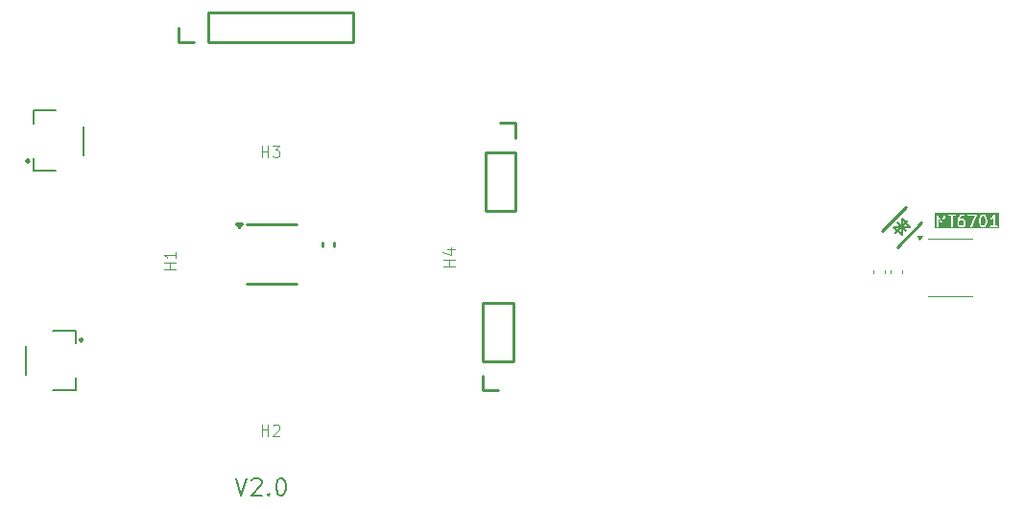
<source format=gbr>
%TF.GenerationSoftware,KiCad,Pcbnew,8.0.1*%
<<<<<<< HEAD
%TF.CreationDate,2024-03-31T21:51:29+08:00*%
=======
%TF.CreationDate,2024-05-01T16:23:50+08:00*%
>>>>>>> 3f97a153d958220e151b39468fc548032aad0f0d
%TF.ProjectId,encoder,656e636f-6465-4722-9e6b-696361645f70,rev?*%
%TF.SameCoordinates,Original*%
%TF.FileFunction,Legend,Top*%
%TF.FilePolarity,Positive*%
%FSLAX46Y46*%
G04 Gerber Fmt 4.6, Leading zero omitted, Abs format (unit mm)*
<<<<<<< HEAD
G04 Created by KiCad (PCBNEW 8.0.1) date 2024-03-31 21:51:29*
=======
G04 Created by KiCad (PCBNEW 8.0.1) date 2024-05-01 16:23:50*
>>>>>>> 3f97a153d958220e151b39468fc548032aad0f0d
%MOMM*%
%LPD*%
G01*
G04 APERTURE LIST*
<<<<<<< HEAD
%ADD10C,0.300000*%
%ADD11C,0.150000*%
%ADD12C,0.120000*%
%ADD13C,0.200000*%
%ADD14C,0.250000*%
G04 APERTURE END LIST*
D10*
X137340225Y-93300828D02*
X137840225Y-94800828D01*
X137840225Y-94800828D02*
X138340225Y-93300828D01*
X138768796Y-93443685D02*
X138840224Y-93372257D01*
X138840224Y-93372257D02*
X138983082Y-93300828D01*
X138983082Y-93300828D02*
X139340224Y-93300828D01*
X139340224Y-93300828D02*
X139483082Y-93372257D01*
X139483082Y-93372257D02*
X139554510Y-93443685D01*
X139554510Y-93443685D02*
X139625939Y-93586542D01*
X139625939Y-93586542D02*
X139625939Y-93729400D01*
X139625939Y-93729400D02*
X139554510Y-93943685D01*
X139554510Y-93943685D02*
X138697367Y-94800828D01*
X138697367Y-94800828D02*
X139625939Y-94800828D01*
X140268795Y-94657971D02*
X140340224Y-94729400D01*
X140340224Y-94729400D02*
X140268795Y-94800828D01*
X140268795Y-94800828D02*
X140197367Y-94729400D01*
X140197367Y-94729400D02*
X140268795Y-94657971D01*
X140268795Y-94657971D02*
X140268795Y-94800828D01*
X141268796Y-93300828D02*
X141411653Y-93300828D01*
X141411653Y-93300828D02*
X141554510Y-93372257D01*
X141554510Y-93372257D02*
X141625939Y-93443685D01*
X141625939Y-93443685D02*
X141697367Y-93586542D01*
X141697367Y-93586542D02*
X141768796Y-93872257D01*
X141768796Y-93872257D02*
X141768796Y-94229400D01*
X141768796Y-94229400D02*
X141697367Y-94515114D01*
X141697367Y-94515114D02*
X141625939Y-94657971D01*
X141625939Y-94657971D02*
X141554510Y-94729400D01*
X141554510Y-94729400D02*
X141411653Y-94800828D01*
X141411653Y-94800828D02*
X141268796Y-94800828D01*
X141268796Y-94800828D02*
X141125939Y-94729400D01*
X141125939Y-94729400D02*
X141054510Y-94657971D01*
X141054510Y-94657971D02*
X140983081Y-94515114D01*
X140983081Y-94515114D02*
X140911653Y-94229400D01*
X140911653Y-94229400D02*
X140911653Y-93872257D01*
X140911653Y-93872257D02*
X140983081Y-93586542D01*
X140983081Y-93586542D02*
X141054510Y-93443685D01*
X141054510Y-93443685D02*
X141125939Y-93372257D01*
X141125939Y-93372257D02*
X141268796Y-93300828D01*
D11*
X139638095Y-89554819D02*
X139638095Y-88554819D01*
X139638095Y-89031009D02*
X140209523Y-89031009D01*
X140209523Y-89554819D02*
X140209523Y-88554819D01*
X140638095Y-88650057D02*
X140685714Y-88602438D01*
X140685714Y-88602438D02*
X140780952Y-88554819D01*
X140780952Y-88554819D02*
X141019047Y-88554819D01*
X141019047Y-88554819D02*
X141114285Y-88602438D01*
X141114285Y-88602438D02*
X141161904Y-88650057D01*
X141161904Y-88650057D02*
X141209523Y-88745295D01*
X141209523Y-88745295D02*
X141209523Y-88840533D01*
X141209523Y-88840533D02*
X141161904Y-88983390D01*
X141161904Y-88983390D02*
X140590476Y-89554819D01*
X140590476Y-89554819D02*
X141209523Y-89554819D01*
X156654819Y-74561904D02*
X155654819Y-74561904D01*
X156131009Y-74561904D02*
X156131009Y-73990476D01*
X156654819Y-73990476D02*
X155654819Y-73990476D01*
X155988152Y-73085714D02*
X156654819Y-73085714D01*
X155607200Y-73323809D02*
X156321485Y-73561904D01*
X156321485Y-73561904D02*
X156321485Y-72942857D01*
X139638095Y-64929819D02*
X139638095Y-63929819D01*
X139638095Y-64406009D02*
X140209523Y-64406009D01*
X140209523Y-64929819D02*
X140209523Y-63929819D01*
X140590476Y-63929819D02*
X141209523Y-63929819D01*
X141209523Y-63929819D02*
X140876190Y-64310771D01*
X140876190Y-64310771D02*
X141019047Y-64310771D01*
X141019047Y-64310771D02*
X141114285Y-64358390D01*
X141114285Y-64358390D02*
X141161904Y-64406009D01*
X141161904Y-64406009D02*
X141209523Y-64501247D01*
X141209523Y-64501247D02*
X141209523Y-64739342D01*
X141209523Y-64739342D02*
X141161904Y-64834580D01*
X141161904Y-64834580D02*
X141114285Y-64882200D01*
X141114285Y-64882200D02*
X141019047Y-64929819D01*
X141019047Y-64929819D02*
X140733333Y-64929819D01*
X140733333Y-64929819D02*
X140638095Y-64882200D01*
X140638095Y-64882200D02*
X140590476Y-64834580D01*
X132029819Y-74861904D02*
X131029819Y-74861904D01*
X131506009Y-74861904D02*
X131506009Y-74290476D01*
X132029819Y-74290476D02*
X131029819Y-74290476D01*
X132029819Y-73290476D02*
X132029819Y-73861904D01*
X132029819Y-73576190D02*
X131029819Y-73576190D01*
X131029819Y-73576190D02*
X131172676Y-73671428D01*
X131172676Y-73671428D02*
X131267914Y-73766666D01*
X131267914Y-73766666D02*
X131315533Y-73861904D01*
D12*
%TO.C,J2*%
X159370000Y-64530000D02*
X159370000Y-69670000D01*
X159370000Y-64530000D02*
X162030000Y-64530000D01*
X159370000Y-69670000D02*
X162030000Y-69670000D01*
X160700000Y-61930000D02*
X162030000Y-61930000D01*
X162030000Y-61930000D02*
X162030000Y-63260000D01*
X162030000Y-64530000D02*
X162030000Y-69670000D01*
%TO.C,J3*%
X132320000Y-54830000D02*
X132320000Y-53500000D01*
X133650000Y-54830000D02*
X132320000Y-54830000D01*
X134920000Y-52170000D02*
X147680000Y-52170000D01*
X134920000Y-54830000D02*
X134920000Y-52170000D01*
X134920000Y-54830000D02*
X147680000Y-54830000D01*
X147680000Y-54830000D02*
X147680000Y-52170000D01*
D13*
%TO.C,J6*%
X119498000Y-60840000D02*
X121481000Y-60840000D01*
X119498000Y-61996000D02*
X119498000Y-60840000D01*
X119498000Y-66160000D02*
X119498000Y-65004000D01*
X119498000Y-66160000D02*
X121481000Y-66160000D01*
X123900000Y-64760000D02*
X123900000Y-62240000D01*
D14*
X119115000Y-65300000D02*
G75*
G02*
X118865000Y-65300000I-125000J0D01*
G01*
X118865000Y-65300000D02*
G75*
G02*
X119115000Y-65300000I125000J0D01*
G01*
D12*
%TO.C,C1*%
X144990000Y-72783767D02*
X144990000Y-72491233D01*
X146010000Y-72783767D02*
X146010000Y-72491233D01*
%TO.C,U1*%
X140512500Y-70902500D02*
X138312500Y-70902500D01*
X140512500Y-70902500D02*
X142712500Y-70902500D01*
X140512500Y-76122500D02*
X138312500Y-76122500D01*
X140512500Y-76122500D02*
X142712500Y-76122500D01*
X137612500Y-71102500D02*
X137372500Y-70772500D01*
X137852500Y-70772500D01*
X137612500Y-71102500D01*
G36*
X137612500Y-71102500D02*
G01*
X137372500Y-70772500D01*
X137852500Y-70772500D01*
X137612500Y-71102500D01*
G37*
D13*
%TO.C,J5*%
X118800000Y-81640000D02*
X118800000Y-84160000D01*
X123202000Y-80240000D02*
X121219000Y-80240000D01*
X123202000Y-80240000D02*
X123202000Y-81396000D01*
X123202000Y-84404000D02*
X123202000Y-85560000D01*
X123202000Y-85560000D02*
X121219000Y-85560000D01*
D14*
X123835000Y-81100000D02*
G75*
G02*
X123585000Y-81100000I-125000J0D01*
G01*
X123585000Y-81100000D02*
G75*
G02*
X123835000Y-81100000I125000J0D01*
G01*
D12*
%TO.C,J1*%
X159145000Y-82955000D02*
X159145000Y-77815000D01*
X159145000Y-85555000D02*
X159145000Y-84225000D01*
X160475000Y-85555000D02*
X159145000Y-85555000D01*
X161805000Y-77815000D02*
X159145000Y-77815000D01*
X161805000Y-82955000D02*
X159145000Y-82955000D01*
X161805000Y-82955000D02*
X161805000Y-77815000D01*
=======
%ADD10C,0.150000*%
%ADD11C,0.120000*%
%ADD12C,0.254000*%
G04 APERTURE END LIST*
D10*
G36*
X201523708Y-70557823D02*
G01*
X201555035Y-70588067D01*
X201590438Y-70656818D01*
X201591594Y-70859554D01*
X201558298Y-70928175D01*
X201528052Y-70959504D01*
X201459262Y-70994928D01*
X201304093Y-70996018D01*
X201235564Y-70962767D01*
X201204237Y-70932521D01*
X201168865Y-70863833D01*
X201168123Y-70660115D01*
X201200974Y-70592412D01*
X201231218Y-70561085D01*
X201300009Y-70525661D01*
X201455178Y-70524571D01*
X201523708Y-70557823D01*
G37*
G36*
X203380851Y-70176871D02*
G01*
X203412178Y-70207115D01*
X203450532Y-70281596D01*
X203495135Y-70454968D01*
X203496388Y-70674641D01*
X203454266Y-70848159D01*
X203415441Y-70928175D01*
X203385195Y-70959504D01*
X203316215Y-70995026D01*
X203256054Y-70995815D01*
X203187945Y-70962767D01*
X203156618Y-70932521D01*
X203118263Y-70858040D01*
X203073660Y-70684668D01*
X203072407Y-70464995D01*
X203114529Y-70291477D01*
X203153355Y-70211460D01*
X203183599Y-70180133D01*
X203252580Y-70144611D01*
X203312741Y-70143822D01*
X203380851Y-70176871D01*
G37*
G36*
X204707163Y-71255930D02*
G01*
X199050668Y-71255930D01*
X199050668Y-70069819D01*
X199161779Y-70069819D01*
X199163220Y-71084451D01*
X199174419Y-71111487D01*
X199195111Y-71132179D01*
X199222147Y-71143378D01*
X199251411Y-71143378D01*
X199278447Y-71132179D01*
X199299139Y-71111487D01*
X199310338Y-71084451D01*
X199311779Y-71069819D01*
X199310834Y-70404441D01*
X199502209Y-70812619D01*
X199505982Y-70822993D01*
X199508218Y-70825435D01*
X199509642Y-70828471D01*
X199518051Y-70836171D01*
X199525746Y-70844574D01*
X199528764Y-70845982D01*
X199531223Y-70848234D01*
X199541935Y-70852129D01*
X199552264Y-70856950D01*
X199555592Y-70857096D01*
X199558724Y-70858235D01*
X199570118Y-70857734D01*
X199581500Y-70858234D01*
X199584628Y-70857096D01*
X199587960Y-70856950D01*
X199598295Y-70852126D01*
X199609001Y-70848234D01*
X199611456Y-70845984D01*
X199614478Y-70844575D01*
X199622179Y-70836164D01*
X199630582Y-70828470D01*
X199633065Y-70824277D01*
X199634242Y-70822993D01*
X199634902Y-70821177D01*
X199638076Y-70815820D01*
X199828920Y-70404943D01*
X199829886Y-71084451D01*
X199841085Y-71111487D01*
X199861777Y-71132179D01*
X199888813Y-71143378D01*
X199918077Y-71143378D01*
X199945113Y-71132179D01*
X199965805Y-71111487D01*
X199977004Y-71084451D01*
X199978445Y-71069819D01*
X199977045Y-70084451D01*
X200163220Y-70084451D01*
X200174419Y-70111487D01*
X200195111Y-70132179D01*
X200222147Y-70143378D01*
X200236779Y-70144819D01*
X200447598Y-70144300D01*
X200448934Y-71084451D01*
X200460133Y-71111487D01*
X200480825Y-71132179D01*
X200507861Y-71143378D01*
X200537125Y-71143378D01*
X200564161Y-71132179D01*
X200584853Y-71111487D01*
X200596052Y-71084451D01*
X200597493Y-71069819D01*
X200596681Y-70498390D01*
X201018922Y-70498390D01*
X201020267Y-70867692D01*
X201019511Y-70869961D01*
X201020316Y-70881302D01*
X201020363Y-70893974D01*
X201021394Y-70896463D01*
X201021585Y-70899151D01*
X201026840Y-70912883D01*
X201075530Y-71007435D01*
X201079180Y-71016247D01*
X201081563Y-71019151D01*
X201082291Y-71020564D01*
X201083789Y-71021863D01*
X201088507Y-71027612D01*
X201137542Y-71074953D01*
X201143176Y-71081450D01*
X201146321Y-71083429D01*
X201147492Y-71084560D01*
X201149319Y-71085317D01*
X201155619Y-71089282D01*
X201241508Y-71130957D01*
X201242730Y-71132179D01*
X201251589Y-71135848D01*
X201264588Y-71142156D01*
X201267277Y-71142347D01*
X201269766Y-71143378D01*
X201284398Y-71144819D01*
X201463485Y-71143560D01*
X201465493Y-71144230D01*
X201476165Y-71143471D01*
X201489506Y-71143378D01*
X201491995Y-71142346D01*
X201494683Y-71142156D01*
X201508415Y-71136901D01*
X201602969Y-71088209D01*
X201611780Y-71084560D01*
X201614682Y-71082177D01*
X201616096Y-71081450D01*
X201617396Y-71079950D01*
X201623146Y-71075232D01*
X201670487Y-71026195D01*
X201676981Y-71020564D01*
X201678960Y-71017418D01*
X201680092Y-71016247D01*
X201680849Y-71014417D01*
X201684813Y-71008121D01*
X201726488Y-70922231D01*
X201727710Y-70921010D01*
X201731379Y-70912150D01*
X201737687Y-70899152D01*
X201737878Y-70896462D01*
X201738909Y-70893974D01*
X201740350Y-70879342D01*
X201739057Y-70652736D01*
X201739761Y-70650627D01*
X201738983Y-70639684D01*
X201738909Y-70626615D01*
X201737878Y-70624126D01*
X201737687Y-70621437D01*
X201732432Y-70607706D01*
X201683740Y-70513151D01*
X201680091Y-70504341D01*
X201677708Y-70501438D01*
X201676981Y-70500025D01*
X201675482Y-70498725D01*
X201670764Y-70492976D01*
X201621728Y-70445634D01*
X201616096Y-70439140D01*
X201612950Y-70437160D01*
X201611780Y-70436030D01*
X201609952Y-70435272D01*
X201603653Y-70431308D01*
X201517764Y-70389633D01*
X201516542Y-70388411D01*
X201507676Y-70384738D01*
X201494683Y-70378434D01*
X201491995Y-70378243D01*
X201489506Y-70377212D01*
X201474874Y-70375771D01*
X201295785Y-70377029D01*
X201293778Y-70376360D01*
X201283105Y-70377118D01*
X201269766Y-70377212D01*
X201267277Y-70378242D01*
X201264588Y-70378434D01*
X201250857Y-70383689D01*
X201191525Y-70414241D01*
X201209174Y-70341539D01*
X201290713Y-70217156D01*
X201326456Y-70180133D01*
X201395247Y-70144709D01*
X201584744Y-70143378D01*
X201611780Y-70132179D01*
X201632472Y-70111487D01*
X201643671Y-70084451D01*
X201925125Y-70084451D01*
X201936324Y-70111487D01*
X201957016Y-70132179D01*
X201984052Y-70143378D01*
X201998684Y-70144819D01*
X202552271Y-70143648D01*
X202163404Y-71054292D01*
X202163047Y-71083553D01*
X202173915Y-71110723D01*
X202194354Y-71131667D01*
X202221252Y-71143194D01*
X202250513Y-71143551D01*
X202277683Y-71132683D01*
X202298627Y-71112244D01*
X202305715Y-71099363D01*
X202582679Y-70450771D01*
X202923684Y-70450771D01*
X202925014Y-70684166D01*
X202923773Y-70692512D01*
X202925114Y-70701583D01*
X202925125Y-70703498D01*
X202925547Y-70704519D01*
X202925923Y-70707056D01*
X202973440Y-70891754D01*
X202973966Y-70899151D01*
X202978168Y-70910133D01*
X202978489Y-70911378D01*
X202978811Y-70911813D01*
X202979221Y-70912883D01*
X203027911Y-71007435D01*
X203031561Y-71016247D01*
X203033944Y-71019151D01*
X203034672Y-71020564D01*
X203036170Y-71021863D01*
X203040888Y-71027612D01*
X203089923Y-71074953D01*
X203095557Y-71081450D01*
X203098702Y-71083429D01*
X203099873Y-71084560D01*
X203101700Y-71085317D01*
X203108000Y-71089282D01*
X203193889Y-71130957D01*
X203195111Y-71132179D01*
X203203970Y-71135848D01*
X203216969Y-71142156D01*
X203219658Y-71142347D01*
X203222147Y-71143378D01*
X203236779Y-71144819D01*
X203321085Y-71143713D01*
X203322636Y-71144230D01*
X203331905Y-71143571D01*
X203346649Y-71143378D01*
X203349138Y-71142346D01*
X203351826Y-71142156D01*
X203365558Y-71136901D01*
X203460112Y-71088209D01*
X203468923Y-71084560D01*
X203471825Y-71082177D01*
X203473239Y-71081450D01*
X203474539Y-71079950D01*
X203480289Y-71075232D01*
X203527630Y-71026195D01*
X203534124Y-71020564D01*
X203536103Y-71017418D01*
X203537235Y-71016247D01*
X203537992Y-71014417D01*
X203541956Y-71008121D01*
X203586224Y-70916888D01*
X203590307Y-70911378D01*
X203594242Y-70900362D01*
X203594830Y-70899152D01*
X203594868Y-70898611D01*
X203595254Y-70897532D01*
X203640494Y-70711166D01*
X203643671Y-70703498D01*
X203644568Y-70694383D01*
X203645023Y-70692512D01*
X203644860Y-70691419D01*
X203645112Y-70688866D01*
X203643781Y-70455470D01*
X203645023Y-70447125D01*
X203643681Y-70438053D01*
X203643671Y-70436139D01*
X203643248Y-70435117D01*
X203642873Y-70432581D01*
X203620637Y-70346152D01*
X203876654Y-70346152D01*
X203878728Y-70375342D01*
X203891815Y-70401517D01*
X203913923Y-70420690D01*
X203941684Y-70429944D01*
X203970874Y-70427870D01*
X203984606Y-70422615D01*
X204079162Y-70373922D01*
X204087971Y-70370274D01*
X204090873Y-70367891D01*
X204092287Y-70367164D01*
X204093586Y-70365665D01*
X204099336Y-70360947D01*
X204162101Y-70296958D01*
X204163093Y-70995702D01*
X203936433Y-70996260D01*
X203909397Y-71007459D01*
X203888705Y-71028151D01*
X203877506Y-71055187D01*
X203877506Y-71084451D01*
X203888705Y-71111487D01*
X203909397Y-71132179D01*
X203936433Y-71143378D01*
X203951065Y-71144819D01*
X204537125Y-71143378D01*
X204564161Y-71132179D01*
X204584853Y-71111487D01*
X204596052Y-71084451D01*
X204596052Y-71055187D01*
X204584853Y-71028151D01*
X204564161Y-71007459D01*
X204537125Y-70996260D01*
X204522493Y-70994819D01*
X204311673Y-70995337D01*
X204310368Y-70076868D01*
X204311779Y-70069740D01*
X204310348Y-70062587D01*
X204310338Y-70055187D01*
X204307496Y-70048326D01*
X204306040Y-70041045D01*
X204301950Y-70034938D01*
X204299139Y-70028151D01*
X204293890Y-70022902D01*
X204289757Y-70016730D01*
X204283640Y-70012652D01*
X204278447Y-70007459D01*
X204271587Y-70004617D01*
X204265408Y-70000498D01*
X204258199Y-69999072D01*
X204251411Y-69996260D01*
X204243984Y-69996260D01*
X204236700Y-69994819D01*
X204229495Y-69996260D01*
X204222147Y-69996260D01*
X204215286Y-69999101D01*
X204208006Y-70000558D01*
X204201900Y-70004646D01*
X204195111Y-70007459D01*
X204189860Y-70012709D01*
X204183691Y-70016841D01*
X204174470Y-70028099D01*
X204174419Y-70028151D01*
X204174409Y-70028173D01*
X204174375Y-70028216D01*
X204087633Y-70160534D01*
X204004899Y-70244880D01*
X203905081Y-70296283D01*
X203885908Y-70318391D01*
X203876654Y-70346152D01*
X203620637Y-70346152D01*
X203595355Y-70247882D01*
X203594830Y-70240485D01*
X203590626Y-70229502D01*
X203590307Y-70228259D01*
X203589984Y-70227823D01*
X203589575Y-70226754D01*
X203540883Y-70132199D01*
X203537234Y-70123389D01*
X203534851Y-70120486D01*
X203534124Y-70119073D01*
X203532625Y-70117773D01*
X203527907Y-70112024D01*
X203478871Y-70064682D01*
X203473239Y-70058188D01*
X203470093Y-70056208D01*
X203468923Y-70055078D01*
X203467095Y-70054320D01*
X203460796Y-70050356D01*
X203374907Y-70008681D01*
X203373685Y-70007459D01*
X203364819Y-70003786D01*
X203351826Y-69997482D01*
X203349138Y-69997291D01*
X203346649Y-69996260D01*
X203332017Y-69994819D01*
X203247709Y-69995924D01*
X203246159Y-69995408D01*
X203236888Y-69996066D01*
X203222147Y-69996260D01*
X203219658Y-69997290D01*
X203216969Y-69997482D01*
X203203238Y-70002737D01*
X203108683Y-70051428D01*
X203099873Y-70055078D01*
X203096970Y-70057460D01*
X203095557Y-70058188D01*
X203094257Y-70059686D01*
X203088508Y-70064405D01*
X203041166Y-70113440D01*
X203034672Y-70119073D01*
X203032692Y-70122218D01*
X203031562Y-70123389D01*
X203030804Y-70125216D01*
X203026840Y-70131516D01*
X202982573Y-70222747D01*
X202978489Y-70228259D01*
X202974551Y-70239278D01*
X202973966Y-70240486D01*
X202973927Y-70241025D01*
X202973542Y-70242105D01*
X202928301Y-70428470D01*
X202925125Y-70436139D01*
X202924227Y-70445253D01*
X202923773Y-70447125D01*
X202923935Y-70448217D01*
X202923684Y-70450771D01*
X202582679Y-70450771D01*
X202727452Y-70111744D01*
X202727710Y-70111487D01*
X202732481Y-70099968D01*
X202738725Y-70085347D01*
X202738730Y-70084881D01*
X202738909Y-70084451D01*
X202738909Y-70070265D01*
X202739082Y-70056085D01*
X202738909Y-70055652D01*
X202738909Y-70055187D01*
X202733487Y-70042097D01*
X202728214Y-70028915D01*
X202727888Y-70028581D01*
X202727710Y-70028151D01*
X202717670Y-70018111D01*
X202707775Y-70007972D01*
X202707347Y-70007788D01*
X202707018Y-70007459D01*
X202693883Y-70002018D01*
X202680877Y-69996444D01*
X202680412Y-69996438D01*
X202679982Y-69996260D01*
X202665350Y-69994819D01*
X201984052Y-69996260D01*
X201957016Y-70007459D01*
X201936324Y-70028151D01*
X201925125Y-70055187D01*
X201925125Y-70084451D01*
X201643671Y-70084451D01*
X201643671Y-70055187D01*
X201632472Y-70028151D01*
X201611780Y-70007459D01*
X201584744Y-69996260D01*
X201570112Y-69994819D01*
X201391023Y-69996077D01*
X201389016Y-69995408D01*
X201378343Y-69996166D01*
X201365004Y-69996260D01*
X201362515Y-69997290D01*
X201359826Y-69997482D01*
X201346095Y-70002737D01*
X201251540Y-70051428D01*
X201242730Y-70055078D01*
X201239827Y-70057460D01*
X201238414Y-70058188D01*
X201237114Y-70059686D01*
X201231365Y-70064405D01*
X201188351Y-70108958D01*
X201183691Y-70112079D01*
X201174479Y-70123325D01*
X201174419Y-70123389D01*
X201174409Y-70123411D01*
X201174375Y-70123454D01*
X201080027Y-70267374D01*
X201073727Y-70275878D01*
X201072856Y-70278313D01*
X201072220Y-70279285D01*
X201071860Y-70281101D01*
X201068780Y-70289724D01*
X201023539Y-70476089D01*
X201020363Y-70483758D01*
X201019465Y-70492872D01*
X201019011Y-70494744D01*
X201019173Y-70495836D01*
X201018922Y-70498390D01*
X200596681Y-70498390D01*
X200596178Y-70143935D01*
X200822839Y-70143378D01*
X200849875Y-70132179D01*
X200870567Y-70111487D01*
X200881766Y-70084451D01*
X200881766Y-70055187D01*
X200870567Y-70028151D01*
X200849875Y-70007459D01*
X200822839Y-69996260D01*
X200808207Y-69994819D01*
X200222147Y-69996260D01*
X200195111Y-70007459D01*
X200174419Y-70028151D01*
X200163220Y-70055187D01*
X200163220Y-70084451D01*
X199977045Y-70084451D01*
X199977026Y-70070923D01*
X199977575Y-70058431D01*
X199977006Y-70056867D01*
X199977004Y-70055187D01*
X199972022Y-70043160D01*
X199967575Y-70030930D01*
X199966445Y-70029696D01*
X199965805Y-70028151D01*
X199956605Y-70018951D01*
X199947811Y-70009348D01*
X199946294Y-70008640D01*
X199945113Y-70007459D01*
X199933100Y-70002482D01*
X199921293Y-69996973D01*
X199919620Y-69996899D01*
X199918077Y-69996260D01*
X199905071Y-69996260D01*
X199892057Y-69995688D01*
X199890484Y-69996260D01*
X199888813Y-69996260D01*
X199876794Y-70001238D01*
X199864556Y-70005689D01*
X199863322Y-70006819D01*
X199861777Y-70007459D01*
X199852578Y-70016657D01*
X199842975Y-70025452D01*
X199841799Y-70027436D01*
X199841085Y-70028151D01*
X199840408Y-70029784D01*
X199835481Y-70038102D01*
X199570577Y-70608422D01*
X199303878Y-70039592D01*
X199299139Y-70028151D01*
X199297962Y-70026974D01*
X199297249Y-70025453D01*
X199287652Y-70016664D01*
X199278447Y-70007459D01*
X199276901Y-70006818D01*
X199275668Y-70005689D01*
X199263437Y-70001241D01*
X199251411Y-69996260D01*
X199249737Y-69996260D01*
X199248167Y-69995689D01*
X199235166Y-69996260D01*
X199222147Y-69996260D01*
X199220602Y-69996899D01*
X199218931Y-69996973D01*
X199207132Y-70002479D01*
X199195111Y-70007459D01*
X199193928Y-70008641D01*
X199192413Y-70009349D01*
X199183624Y-70018945D01*
X199174419Y-70028151D01*
X199173778Y-70029696D01*
X199172649Y-70030930D01*
X199168201Y-70043160D01*
X199163220Y-70055187D01*
X199162993Y-70057482D01*
X199162649Y-70058431D01*
X199162726Y-70060197D01*
X199161779Y-70069819D01*
X199050668Y-70069819D01*
X199050668Y-69883708D01*
X204707163Y-69883708D01*
X204707163Y-71255930D01*
G37*
D11*
%TO.C,C3*%
X193590000Y-74916233D02*
X193590000Y-75208767D01*
X194610000Y-74916233D02*
X194610000Y-75208767D01*
D12*
%TO.C,U2*%
X194329405Y-71456382D02*
X196450725Y-69335061D01*
D10*
X195378751Y-71102828D02*
X196097172Y-71821249D01*
X195558356Y-71641644D02*
X196635987Y-70564013D01*
X195737961Y-70743618D02*
X196456382Y-71462039D01*
D12*
X195743618Y-72870595D02*
X197864939Y-70749275D01*
D10*
X196097172Y-71102828D02*
X195378751Y-71102828D01*
X196097172Y-71102828D02*
X196097172Y-70384408D01*
X196097172Y-71102828D02*
X196097172Y-71821249D01*
X196097172Y-71102828D02*
X196815592Y-71102828D01*
X196276777Y-71282434D02*
X195917566Y-70923223D01*
X196815592Y-71102828D02*
X196097172Y-70384408D01*
D11*
%TO.C,C2*%
X195090000Y-74916233D02*
X195090000Y-75208767D01*
X196110000Y-74916233D02*
X196110000Y-75208767D01*
%TO.C,U1*%
X200400000Y-72140000D02*
X198450000Y-72140000D01*
X200400000Y-72140000D02*
X202350000Y-72140000D01*
X200400000Y-77260000D02*
X198450000Y-77260000D01*
X200400000Y-77260000D02*
X202350000Y-77260000D01*
X197700000Y-72235000D02*
X197460000Y-71905000D01*
X197940000Y-71905000D01*
X197700000Y-72235000D01*
G36*
X197700000Y-72235000D02*
G01*
X197460000Y-71905000D01*
X197940000Y-71905000D01*
X197700000Y-72235000D01*
G37*
>>>>>>> 3f97a153d958220e151b39468fc548032aad0f0d
%TD*%
M02*

</source>
